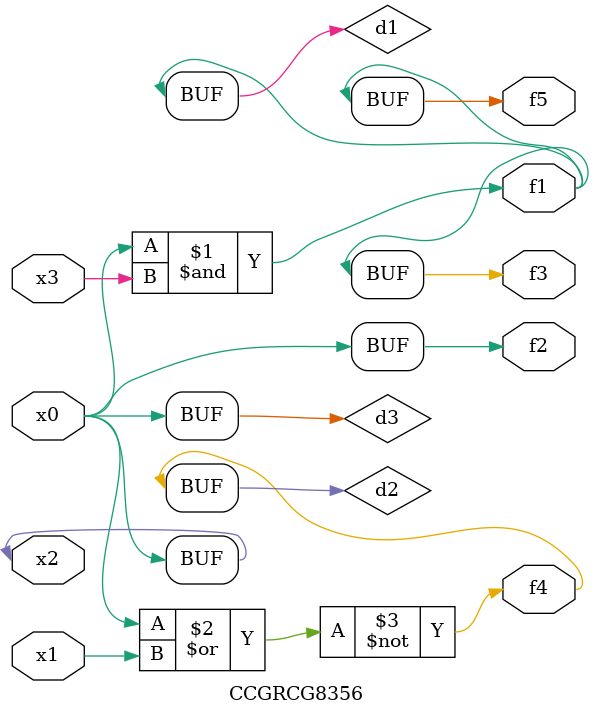
<source format=v>
module CCGRCG8356(
	input x0, x1, x2, x3,
	output f1, f2, f3, f4, f5
);

	wire d1, d2, d3;

	and (d1, x2, x3);
	nor (d2, x0, x1);
	buf (d3, x0, x2);
	assign f1 = d1;
	assign f2 = d3;
	assign f3 = d1;
	assign f4 = d2;
	assign f5 = d1;
endmodule

</source>
